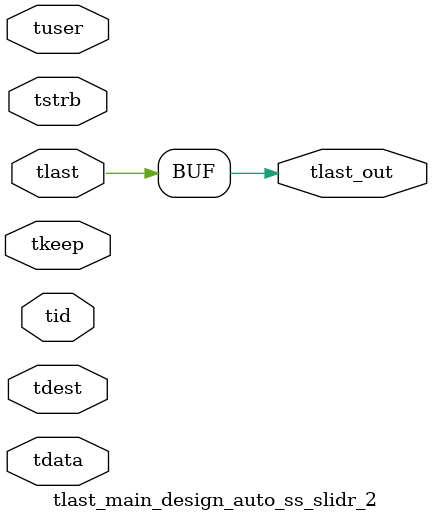
<source format=v>


`timescale 1ps/1ps

module tlast_main_design_auto_ss_slidr_2 #
(
parameter C_S_AXIS_TID_WIDTH   = 1,
parameter C_S_AXIS_TUSER_WIDTH = 0,
parameter C_S_AXIS_TDATA_WIDTH = 0,
parameter C_S_AXIS_TDEST_WIDTH = 0
)
(
input  [(C_S_AXIS_TID_WIDTH   == 0 ? 1 : C_S_AXIS_TID_WIDTH)-1:0       ] tid,
input  [(C_S_AXIS_TDATA_WIDTH == 0 ? 1 : C_S_AXIS_TDATA_WIDTH)-1:0     ] tdata,
input  [(C_S_AXIS_TUSER_WIDTH == 0 ? 1 : C_S_AXIS_TUSER_WIDTH)-1:0     ] tuser,
input  [(C_S_AXIS_TDEST_WIDTH == 0 ? 1 : C_S_AXIS_TDEST_WIDTH)-1:0     ] tdest,
input  [(C_S_AXIS_TDATA_WIDTH/8)-1:0 ] tkeep,
input  [(C_S_AXIS_TDATA_WIDTH/8)-1:0 ] tstrb,
input  [0:0]                                                             tlast,
output                                                                   tlast_out
);

assign tlast_out = {tlast};

endmodule


</source>
